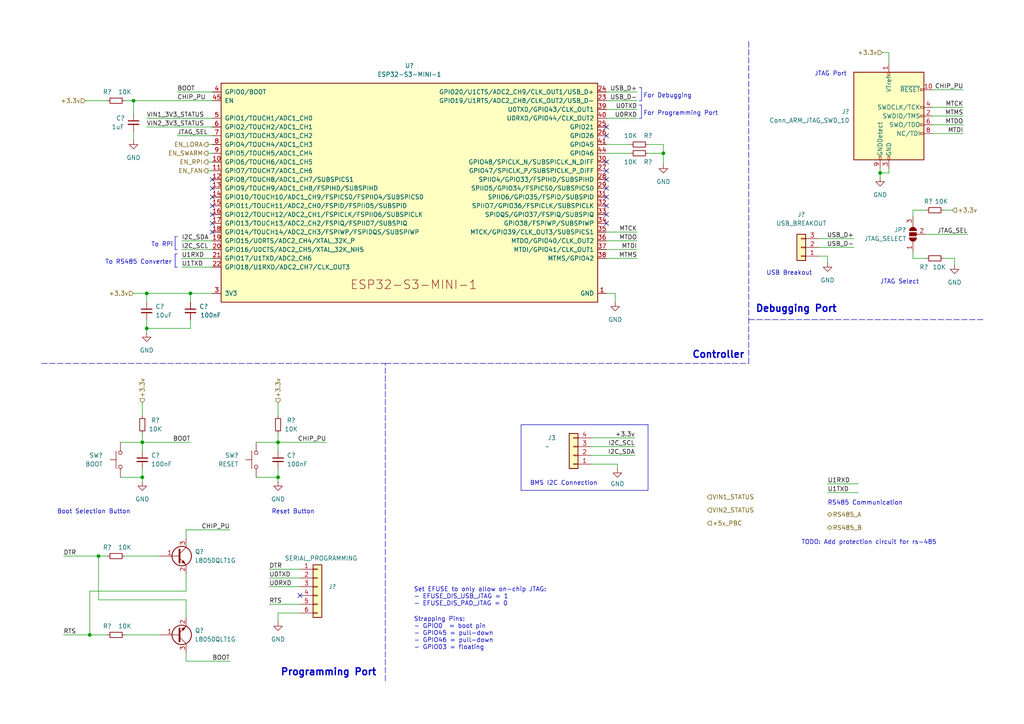
<source format=kicad_sch>
(kicad_sch (version 20211123) (generator eeschema)
  (paper "A4")
  (lib_symbols
    (symbol "Connector:Conn_ARM_JTAG_SWD_10" (pin_names (offset 1.016))
      (property "Reference" "J" (at -2.54 16.51 0))
      (property "Value" "Conn_ARM_JTAG_SWD_10" (at -2.54 13.97 0))
      (symbol "Conn_ARM_JTAG_SWD_10_0_1"
        (rectangle (start -10.16 12.7) (end 10.16 -12.7) (stroke (width 0.254)) (fill (type background)))
        (rectangle (start -2.794 -12.7) (end -2.286 -11.684))
        (rectangle (start -0.254 -12.7) (end 0.254 -11.684))
        (rectangle (start -0.254 12.7) (end 0.254 11.684))
        (rectangle (start 9.144 2.286) (end 10.16 2.794))
        (rectangle (start 10.16 -2.794) (end 9.144 -2.286))
        (rectangle (start 10.16 -0.254) (end 9.144 0.254))
        (rectangle (start 10.16 7.874) (end 9.144 7.366))
      )
      (symbol "Conn_ARM_JTAG_SWD_10_1_1"
        (rectangle (start 9.144 -5.334) (end 10.16 -4.826))
        (pin power_in line (at 0 15.24 270) (length 2.54) (name "VTref") (number "1"))
        (pin open_collector line (at 12.7 7.62 180) (length 2.54) (name "~{RESET}") (number "10"))
        (pin bidirectional line (at 12.7 0 180) (length 2.54) (name "SWDIO/TMS") (number "2"))
        (pin power_in line (at 0 -15.24 90) (length 2.54) (name "GND") (number "3"))
        (pin output line (at 12.7 2.54 180) (length 2.54) (name "SWDCLK/TCK") (number "4"))
        (pin passive line (at 0 -15.24 90) (length 2.54) hide (name "GND") (number "5"))
        (pin input line (at 12.7 -2.54 180) (length 2.54) (name "SWO/TDO") (number "6"))
        (pin no_connect line (at -10.16 0 0) (length 2.54) hide (name "KEY") (number "7"))
        (pin output line (at 12.7 -5.08 180) (length 2.54) (name "NC/TDI") (number "8"))
        (pin passive line (at -2.54 -15.24 90) (length 2.54) (name "GNDDetect") (number "9"))
      )
    )
    (symbol "Connector_Generic:Conn_01x03" (pin_names (offset 1.016) hide)
      (property "Reference" "J" (at 0 5.08 0))
      (property "Value" "Conn_01x03" (at 0 -5.08 0))
      (symbol "Conn_01x03_1_1"
        (rectangle (start -1.27 -2.413) (end 0 -2.667) (stroke (width 0.1524)))
        (rectangle (start -1.27 0.127) (end 0 -0.127) (stroke (width 0.1524)))
        (rectangle (start -1.27 2.667) (end 0 2.413) (stroke (width 0.1524)))
        (rectangle (start -1.27 3.81) (end 1.27 -3.81) (stroke (width 0.254)) (fill (type background)))
        (pin passive line (at -5.08 2.54 0) (length 3.81) (name "Pin_1") (number "1"))
        (pin passive line (at -5.08 0 0) (length 3.81) (name "Pin_2") (number "2"))
        (pin passive line (at -5.08 -2.54 0) (length 3.81) (name "Pin_3") (number "3"))
      )
    )
    (symbol "Connector_Generic:Conn_01x04" (pin_names (offset 1.016) hide)
      (property "Reference" "J" (at 0 5.08 0))
      (property "Value" "Conn_01x04" (at 0 -7.62 0))
      (symbol "Conn_01x04_1_1"
        (rectangle (start -1.27 -4.953) (end 0 -5.207) (stroke (width 0.1524)))
        (rectangle (start -1.27 -2.413) (end 0 -2.667) (stroke (width 0.1524)))
        (rectangle (start -1.27 0.127) (end 0 -0.127) (stroke (width 0.1524)))
        (rectangle (start -1.27 2.667) (end 0 2.413) (stroke (width 0.1524)))
        (rectangle (start -1.27 3.81) (end 1.27 -6.35) (stroke (width 0.254)) (fill (type background)))
        (pin passive line (at -5.08 2.54 0) (length 3.81) (name "Pin_1") (number "1"))
        (pin passive line (at -5.08 0 0) (length 3.81) (name "Pin_2") (number "2"))
        (pin passive line (at -5.08 -2.54 0) (length 3.81) (name "Pin_3") (number "3"))
        (pin passive line (at -5.08 -5.08 0) (length 3.81) (name "Pin_4") (number "4"))
      )
    )
    (symbol "Connector_Generic:Conn_01x06" (pin_names (offset 1.016) hide)
      (property "Reference" "J" (at 0 7.62 0))
      (property "Value" "Conn_01x06" (at 0 -10.16 0))
      (symbol "Conn_01x06_1_1"
        (rectangle (start -1.27 -7.493) (end 0 -7.747) (stroke (width 0.1524)))
        (rectangle (start -1.27 -4.953) (end 0 -5.207) (stroke (width 0.1524)))
        (rectangle (start -1.27 -2.413) (end 0 -2.667) (stroke (width 0.1524)))
        (rectangle (start -1.27 0.127) (end 0 -0.127) (stroke (width 0.1524)))
        (rectangle (start -1.27 2.667) (end 0 2.413) (stroke (width 0.1524)))
        (rectangle (start -1.27 5.207) (end 0 4.953) (stroke (width 0.1524)))
        (rectangle (start -1.27 6.35) (end 1.27 -8.89) (stroke (width 0.254)) (fill (type background)))
        (pin passive line (at -5.08 5.08 0) (length 3.81) (name "Pin_1") (number "1"))
        (pin passive line (at -5.08 2.54 0) (length 3.81) (name "Pin_2") (number "2"))
        (pin passive line (at -5.08 0 0) (length 3.81) (name "Pin_3") (number "3"))
        (pin passive line (at -5.08 -2.54 0) (length 3.81) (name "Pin_4") (number "4"))
        (pin passive line (at -5.08 -5.08 0) (length 3.81) (name "Pin_5") (number "5"))
        (pin passive line (at -5.08 -7.62 0) (length 3.81) (name "Pin_6") (number "6"))
      )
    )
    (symbol "Device:C_Small" (pin_numbers hide) (pin_names (offset 0.254) hide)
      (property "Reference" "C" (at 0.254 1.778 0))
      (property "Value" "C_Small" (at 0.254 -2.032 0))
      (symbol "C_Small_0_1"
        (polyline (pts (xy -1.524 -0.508) (xy 1.524 -0.508)) (stroke (width 0.3302)))
        (polyline (pts (xy -1.524 0.508) (xy 1.524 0.508)) (stroke (width 0.3048)))
      )
      (symbol "C_Small_1_1"
        (pin passive line (at 0 2.54 270) (length 2.032) (name "~") (number "1"))
        (pin passive line (at 0 -2.54 90) (length 2.032) (name "~") (number "2"))
      )
    )
    (symbol "Device:Q_NPN_BEC" (pin_names (offset 0) hide)
      (property "Reference" "Q" (at 5.08 1.27 0))
      (property "Value" "Q_NPN_BEC" (at 5.08 -1.27 0))
      (symbol "Q_NPN_BEC_0_1"
        (polyline (pts (xy 0.635 0.635) (xy 2.54 2.54)))
        (polyline (pts (xy 0.635 -0.635) (xy 2.54 -2.54) (xy 2.54 -2.54)))
        (polyline (pts (xy 0.635 1.905) (xy 0.635 -1.905) (xy 0.635 -1.905)) (stroke (width 0.508)))
        (polyline (pts (xy 1.27 -1.778) (xy 1.778 -1.27) (xy 2.286 -2.286) (xy 1.27 -1.778) (xy 1.27 -1.778)) (fill (type outline)))
        (circle (center 1.27 0) (radius 2.8194) (stroke (width 0.254)))
      )
      (symbol "Q_NPN_BEC_1_1"
        (pin input line (at -5.08 0 0) (length 5.715) (name "B") (number "1"))
        (pin passive line (at 2.54 -5.08 90) (length 2.54) (name "E") (number "2"))
        (pin passive line (at 2.54 5.08 270) (length 2.54) (name "C") (number "3"))
      )
    )
    (symbol "Device:R_Small" (pin_numbers hide) (pin_names (offset 0.254) hide)
      (property "Reference" "R" (at 0.762 0.508 0))
      (property "Value" "R_Small" (at 0.762 -1.016 0))
      (symbol "R_Small_0_1"
        (rectangle (start -0.762 1.778) (end 0.762 -1.778) (stroke (width 0.2032)))
      )
      (symbol "R_Small_1_1"
        (pin passive line (at 0 2.54 270) (length 0.762) (name "~") (number "1"))
        (pin passive line (at 0 -2.54 90) (length 0.762) (name "~") (number "2"))
      )
    )
    (symbol "Espressif:ESP32-S3-MINI-1" (pin_names (offset 1.016))
      (property "Reference" "U" (at -55.88 38.1 0))
      (property "Value" "ESP32-S3-MINI-1" (at -55.88 35.56 0))
      (symbol "ESP32-S3-MINI-1_0_0"
        (rectangle (start -55.88 33.02) (end 53.34 -30.48) (stroke (width 0.254)) (fill (type background)))
        (text "ESP32-S3-MINI-1" (at 0 -25.4 0) (effects (font (size 2.54 2.54))))
        (pin power_in line (at 55.88 -27.94 180) (length 2.54) (name "GND") (number "1"))
        (pin bidirectional line (at -58.42 10.16 0) (length 2.54) (name "GPIO6/TOUCH6/ADC1_CH5") (number "10"))
        (pin bidirectional line (at -58.42 7.62 0) (length 2.54) (name "GPIO7/TOUCH7/ADC1_CH6") (number "11"))
        (pin bidirectional line (at -58.42 5.08 0) (length 2.54) (name "GPIO8/TOUCH8/ADC1_CH7/SUBSPICS1") (number "12"))
        (pin bidirectional line (at -58.42 2.54 0) (length 2.54) (name "GPIO9/TOUCH9/ADC1_CH8/FSPIHD/SUBSPIHD") (number "13"))
        (pin bidirectional line (at -58.42 0 0) (length 2.54) (name "GPIO10/TOUCH10/ADC1_CH9/FSPICS0/FSPIIO4/SUBSPICS0") (number "14"))
        (pin bidirectional line (at -58.42 -2.54 0) (length 2.54) (name "GPIO11/TOUCH11/ADC2_CH0/FSPID/FSPIIO5/SUBSPID") (number "15"))
        (pin bidirectional line (at -58.42 -5.08 0) (length 2.54) (name "GPIO12/TOUCH12/ADC2_CH1/FSPICLK/FSPIIO6/SUBSPICLK") (number "16"))
        (pin bidirectional line (at -58.42 -7.62 0) (length 2.54) (name "GPIO13/TOUCH13/ADC2_CH2/FSPIQ/FSPIIO7/SUBSPIQ") (number "17"))
        (pin bidirectional line (at -58.42 -10.16 0) (length 2.54) (name "GPIO14/TOUCH14/ADC2_CH3/FSPIWP/FSPIDQS/SUBSPIWP") (number "18"))
        (pin bidirectional line (at -58.42 -12.7 0) (length 2.54) (name "GPIO15/U0RTS/ADC2_CH4/XTAL_32K_P") (number "19"))
        (pin passive line (at 55.88 -27.94 180) (length 2.54) hide (name "GND") (number "2"))
        (pin bidirectional line (at -58.42 -15.24 0) (length 2.54) (name "GPIO16/U0CTS/ADC2_CH5/XTAL_32K_NH5") (number "20"))
        (pin bidirectional line (at -58.42 -17.78 0) (length 2.54) (name "GPIO17/U1TXD/ADC2_CH6") (number "21"))
        (pin bidirectional line (at -58.42 -20.32 0) (length 2.54) (name "GPIO18/U1RXD/ADC2_CH7/CLK_OUT3") (number "22"))
        (pin bidirectional line (at 55.88 27.94 180) (length 2.54) (name "GPIO19/U1RTS/ADC2_CH8/CLK_OUT2/USB_D-") (number "23"))
        (pin bidirectional line (at 55.88 30.48 180) (length 2.54) (name "GPIO20/U1CTS/ADC2_CH9/CLK_OUT1/USB_D+") (number "24"))
        (pin bidirectional line (at 55.88 20.32 180) (length 2.54) (name "GPIO21") (number "25"))
        (pin bidirectional line (at 55.88 17.78 180) (length 2.54) (name "GPIO26") (number "26"))
        (pin bidirectional line (at 55.88 7.62 180) (length 2.54) (name "GPIO47/SPICLK_P/SUBSPICLK_P_DIFF") (number "27"))
        (pin bidirectional line (at 55.88 5.08 180) (length 2.54) (name "SPIIO4/GPIO33/FSPIHD/SUBSPIHD") (number "28"))
        (pin bidirectional line (at 55.88 2.54 180) (length 2.54) (name "SPIIO5/GPIO34/FSPICS0/SUBSPICS0") (number "29"))
        (pin power_in line (at -58.42 -27.94 0) (length 2.54) (name "3V3") (number "3"))
        (pin bidirectional line (at 55.88 10.16 180) (length 2.54) (name "GPIO48/SPICLK_N/SUBSPICLK_N_DIFF") (number "30"))
        (pin bidirectional line (at 55.88 0 180) (length 2.54) (name "SPIIO6/GPIO35/FSPID/SUBSPID") (number "31"))
        (pin bidirectional line (at 55.88 -2.54 180) (length 2.54) (name "SPIIO7/GPIO36/FSPICLK/SUBSPICLK") (number "32"))
        (pin bidirectional line (at 55.88 -5.08 180) (length 2.54) (name "SPIDQS/GPIO37/FSPIQ/SUBSPIQ") (number "33"))
        (pin bidirectional line (at 55.88 -7.62 180) (length 2.54) (name "GPIO38/FSPIWP/SUBSPIWP") (number "34"))
        (pin bidirectional line (at 55.88 -10.16 180) (length 2.54) (name "MTCK/GPIO39/CLK_OUT3/SUBSPICS1") (number "35"))
        (pin bidirectional line (at 55.88 -12.7 180) (length 2.54) (name "MTDO/GPIO40/CLK_OUT2") (number "36"))
        (pin bidirectional line (at 55.88 -15.24 180) (length 2.54) (name "MTDI/GPIO41/CLK_OUT1") (number "37"))
        (pin bidirectional line (at 55.88 -17.78 180) (length 2.54) (name "MTMS/GPIO42") (number "38"))
        (pin bidirectional line (at 55.88 25.4 180) (length 2.54) (name "U0TXD/GPIO43/CLK_OUT1") (number "39"))
        (pin bidirectional line (at -58.42 30.48 0) (length 2.54) (name "GPIO0/BOOT") (number "4"))
        (pin bidirectional line (at 55.88 22.86 180) (length 2.54) (name "U0RXD/GPIO44/CLK_OUT2") (number "40"))
        (pin bidirectional line (at 55.88 15.24 180) (length 2.54) (name "GPIO45") (number "41"))
        (pin passive line (at 55.88 -27.94 180) (length 2.54) hide (name "GND") (number "42"))
        (pin passive line (at 55.88 -27.94 180) (length 2.54) hide (name "GND") (number "43"))
        (pin bidirectional line (at 55.88 12.7 180) (length 2.54) (name "GPIO46") (number "44"))
        (pin input line (at -58.42 27.94 0) (length 2.54) (name "EN") (number "45"))
        (pin passive line (at 55.88 -27.94 180) (length 2.54) hide (name "GND") (number "46"))
        (pin passive line (at 55.88 -27.94 180) (length 2.54) hide (name "GND") (number "47"))
        (pin passive line (at 55.88 -27.94 180) (length 2.54) hide (name "GND") (number "48"))
        (pin passive line (at 55.88 -27.94 180) (length 2.54) hide (name "GND") (number "49"))
        (pin bidirectional line (at -58.42 22.86 0) (length 2.54) (name "GPIO1/TOUCH1/ADC1_CH0") (number "5"))
        (pin passive line (at 55.88 -27.94 180) (length 2.54) hide (name "GND") (number "50"))
        (pin passive line (at 55.88 -27.94 180) (length 2.54) hide (name "GND") (number "51"))
        (pin passive line (at 55.88 -27.94 180) (length 2.54) hide (name "GND") (number "52"))
        (pin passive line (at 55.88 -27.94 180) (length 2.54) hide (name "GND") (number "53"))
        (pin passive line (at 55.88 -27.94 180) (length 2.54) hide (name "GND") (number "54"))
        (pin passive line (at 55.88 -27.94 180) (length 2.54) hide (name "GND") (number "55"))
        (pin passive line (at 55.88 -27.94 180) (length 2.54) hide (name "GND") (number "56"))
        (pin passive line (at 55.88 -27.94 180) (length 2.54) hide (name "GND") (number "57"))
        (pin passive line (at 55.88 -27.94 180) (length 2.54) hide (name "GND") (number "58"))
        (pin passive line (at 55.88 -27.94 180) (length 2.54) hide (name "GND") (number "59"))
        (pin bidirectional line (at -58.42 20.32 0) (length 2.54) (name "GPIO2/TOUCH2/ADC1_CH1") (number "6"))
        (pin passive line (at 55.88 -27.94 180) (length 2.54) hide (name "GND") (number "60"))
        (pin passive line (at 55.88 -27.94 180) (length 2.54) hide (name "GND") (number "61"))
        (pin passive line (at 55.88 -27.94 180) (length 2.54) hide (name "GND") (number "62"))
        (pin passive line (at 55.88 -27.94 180) (length 2.54) hide (name "GND") (number "63"))
        (pin passive line (at 55.88 -27.94 180) (length 2.54) hide (name "GND") (number "64"))
        (pin passive line (at 55.88 -27.94 180) (length 2.54) hide (name "GND") (number "65"))
        (pin bidirectional line (at -58.42 17.78 0) (length 2.54) (name "GPIO3/TOUCH3/ADC1_CH2") (number "7"))
        (pin bidirectional line (at -58.42 15.24 0) (length 2.54) (name "GPIO4/TOUCH4/ADC1_CH3") (number "8"))
        (pin bidirectional line (at -58.42 12.7 0) (length 2.54) (name "GPIO5/TOUCH5/ADC1_CH4") (number "9"))
      )
    )
    (symbol "Jumper:SolderJumper_3_Open" (pin_names (offset 0) hide)
      (property "Reference" "JP" (at -2.54 -2.54 0))
      (property "Value" "SolderJumper_3_Open" (at 0 2.794 0))
      (symbol "SolderJumper_3_Open_0_1"
        (arc (start -1.016 1.016) (mid -2.032 0) (end -1.016 -1.016))
        (arc (start -1.016 1.016) (mid -2.032 0) (end -1.016 -1.016) (fill (type outline)))
        (rectangle (start -0.508 1.016) (end 0.508 -1.016) (fill (type outline)))
        (polyline (pts (xy -2.54 0) (xy -2.032 0)))
        (polyline (pts (xy -1.016 1.016) (xy -1.016 -1.016)))
        (polyline (pts (xy 0 -1.27) (xy 0 -1.016)))
        (polyline (pts (xy 1.016 1.016) (xy 1.016 -1.016)))
        (polyline (pts (xy 2.54 0) (xy 2.032 0)))
        (arc (start 1.016 -1.016) (mid 2.032 0) (end 1.016 1.016))
        (arc (start 1.016 -1.016) (mid 2.032 0) (end 1.016 1.016) (fill (type outline)))
      )
      (symbol "SolderJumper_3_Open_1_1"
        (pin passive line (at -5.08 0 0) (length 2.54) (name "A") (number "1"))
        (pin passive line (at 0 -3.81 90) (length 2.54) (name "C") (number "2"))
        (pin passive line (at 5.08 0 180) (length 2.54) (name "B") (number "3"))
      )
    )
    (symbol "Switch:SW_Push" (pin_numbers hide) (pin_names (offset 1.016) hide)
      (property "Reference" "SW" (at 1.27 2.54 0))
      (property "Value" "SW_Push" (at 0 -1.524 0))
      (symbol "SW_Push_0_1"
        (circle (center -2.032 0) (radius 0.508))
        (polyline (pts (xy 0 1.27) (xy 0 3.048)))
        (polyline (pts (xy 2.54 1.27) (xy -2.54 1.27)))
        (circle (center 2.032 0) (radius 0.508))
        (pin passive line (at -5.08 0 0) (length 2.54) (name "1") (number "1"))
        (pin passive line (at 5.08 0 180) (length 2.54) (name "2") (number "2"))
      )
    )
    (symbol "power:GND" (power) (pin_names (offset 0))
      (property "Value" "GND" (at 0 -3.81 0))
      (symbol "GND_0_1"
        (polyline (pts (xy 0 0) (xy 0 -1.27) (xy 1.27 -1.27) (xy 0 -2.54) (xy -1.27 -1.27) (xy 0 -1.27)))
      )
      (symbol "GND_1_1"
        (pin power_in line (at 0 0 270) (length 0) hide (name "GND") (number "1"))
      )
    )
  )
  (junction (at 38.735 29.21))
  (junction (at 192.405 44.45))
  (junction (at 80.645 128.27))
  (junction (at 255.27 50.165))
  (junction (at 80.645 138.43))
  (junction (at 28.575 161.29))
  (junction (at 41.275 138.43))
  (junction (at 42.545 95.25))
  (junction (at 26.035 184.15))
  (junction (at 55.245 85.09))
  (junction (at 41.275 128.27))
  (junction (at 42.545 85.09))
  (no_connect (at 175.895 57.15))
  (no_connect (at 61.595 62.23))
  (no_connect (at 175.895 52.07))
  (no_connect (at 61.595 67.31))
  (no_connect (at 175.895 49.53))
  (no_connect (at 175.895 36.83))
  (no_connect (at 61.595 54.61))
  (no_connect (at 61.595 57.15))
  (no_connect (at 61.595 52.07))
  (no_connect (at 175.895 39.37))
  (no_connect (at 175.895 64.77))
  (no_connect (at 175.895 62.23))
  (no_connect (at 61.595 64.77))
  (no_connect (at 175.895 59.69))
  (no_connect (at 175.895 46.99))
  (no_connect (at 61.595 59.69))
  (no_connect (at 175.895 54.61))
  (no_connect (at 86.995 172.72))
  (wire (pts (xy 78.105 170.18) (xy 86.995 170.18)))
  (polyline (pts (xy 111.76 197.485) (xy 111.76 105.41)))
  (wire (pts (xy 66.675 153.67) (xy 53.975 153.67)))
  (wire (pts (xy 184.785 31.75) (xy 175.895 31.75)))
  (wire (pts (xy 42.545 85.09) (xy 42.545 87.63)))
  (polyline (pts (xy 111.76 105.41) (xy 217.17 105.41)))
  (wire (pts (xy 78.105 165.1) (xy 86.995 165.1)))
  (wire (pts (xy 264.795 60.96) (xy 268.605 60.96)))
  (wire (pts (xy 24.765 29.21) (xy 31.115 29.21)))
  (wire (pts (xy 270.51 38.735) (xy 279.4 38.735)))
  (polyline (pts (xy 50.8 73.66) (xy 50.8 77.47)) (stroke (width 0) (type solid)))
  (wire (pts (xy 36.195 29.21) (xy 38.735 29.21)))
  (wire (pts (xy 178.435 85.09) (xy 178.435 87.63)))
  (wire (pts (xy 42.545 85.09) (xy 55.245 85.09)))
  (wire (pts (xy 187.96 41.91) (xy 192.405 41.91)))
  (wire (pts (xy 187.96 44.45) (xy 192.405 44.45)))
  (polyline (pts (xy 50.8 68.58) (xy 50.8 72.39)) (stroke (width 0) (type solid)))
  (polyline (pts (xy 50.8 68.58) (xy 51.435 68.58)))
  (wire (pts (xy 80.645 128.27) (xy 80.645 125.73)))
  (wire (pts (xy 55.245 128.27) (xy 41.275 128.27)))
  (wire (pts (xy 175.895 44.45) (xy 182.88 44.45)))
  (wire (pts (xy 255.27 50.165) (xy 257.81 50.165)))
  (polyline (pts (xy 50.8 77.47) (xy 51.435 77.47)))
  (polyline (pts (xy 187.96 142.24) (xy 151.13 142.24)) (stroke (width 0) (type solid)))
  (wire (pts (xy 184.785 26.67) (xy 175.895 26.67)))
  (polyline (pts (xy 187.96 123.19) (xy 187.96 142.24)) (stroke (width 0) (type solid)))
  (wire (pts (xy 240.03 76.2) (xy 240.03 74.295)))
  (wire (pts (xy 60.325 41.91) (xy 61.595 41.91)))
  (wire (pts (xy 55.245 85.09) (xy 55.245 87.63)))
  (wire (pts (xy 175.895 85.09) (xy 178.435 85.09)))
  (polyline (pts (xy 12.065 105.41) (xy 111.76 105.41)))
  (polyline (pts (xy 50.8 73.66) (xy 51.435 73.66)))
  (wire (pts (xy 36.195 184.15) (xy 46.355 184.15)))
  (wire (pts (xy 192.405 44.45) (xy 192.405 47.625)))
  (wire (pts (xy 268.605 67.945) (xy 280.67 67.945)))
  (wire (pts (xy 255.27 48.895) (xy 255.27 50.165)))
  (polyline (pts (xy 217.17 12.065) (xy 217.17 92.71)))
  (wire (pts (xy 175.895 41.91) (xy 182.88 41.91)))
  (wire (pts (xy 55.245 92.71) (xy 55.245 95.25)))
  (wire (pts (xy 52.705 74.93) (xy 61.595 74.93)))
  (wire (pts (xy 184.785 34.29) (xy 175.895 34.29)))
  (wire (pts (xy 38.735 33.02) (xy 38.735 29.21)))
  (wire (pts (xy 175.895 74.93) (xy 184.785 74.93)))
  (wire (pts (xy 60.325 46.99) (xy 61.595 46.99)))
  (wire (pts (xy 80.645 177.8) (xy 86.995 177.8)))
  (wire (pts (xy 41.275 138.43) (xy 41.275 139.7)))
  (wire (pts (xy 26.035 184.15) (xy 31.115 184.15)))
  (polyline (pts (xy 50.8 72.39) (xy 51.435 72.39)))
  (wire (pts (xy 279.4 36.195) (xy 270.51 36.195)))
  (wire (pts (xy 41.275 128.27) (xy 41.275 130.81)))
  (wire (pts (xy 192.405 41.91) (xy 192.405 44.45)))
  (wire (pts (xy 279.4 31.115) (xy 270.51 31.115)))
  (wire (pts (xy 53.975 166.37) (xy 53.975 171.45)))
  (wire (pts (xy 80.645 135.89) (xy 80.645 138.43)))
  (wire (pts (xy 42.545 36.83) (xy 61.595 36.83)))
  (wire (pts (xy 55.245 95.25) (xy 42.545 95.25)))
  (wire (pts (xy 237.49 69.215) (xy 247.65 69.215)))
  (polyline (pts (xy 186.055 25.4) (xy 185.42 25.4)))
  (wire (pts (xy 179.07 135.89) (xy 179.07 134.62)))
  (wire (pts (xy 53.975 171.45) (xy 26.035 171.45)))
  (wire (pts (xy 171.45 127) (xy 184.15 127)))
  (wire (pts (xy 41.275 116.84) (xy 41.275 120.65)))
  (wire (pts (xy 38.735 85.09) (xy 42.545 85.09)))
  (wire (pts (xy 66.675 191.77) (xy 53.975 191.77)))
  (wire (pts (xy 80.645 128.27) (xy 80.645 130.81)))
  (wire (pts (xy 184.785 29.21) (xy 175.895 29.21)))
  (wire (pts (xy 41.275 135.89) (xy 41.275 138.43)))
  (wire (pts (xy 52.705 77.47) (xy 61.595 77.47)))
  (polyline (pts (xy 186.055 34.29) (xy 186.055 30.48)) (stroke (width 0) (type solid)))
  (wire (pts (xy 80.645 177.8) (xy 80.645 180.34)))
  (wire (pts (xy 94.615 128.27) (xy 80.645 128.27)))
  (wire (pts (xy 78.105 175.26) (xy 86.995 175.26)))
  (wire (pts (xy 18.415 184.15) (xy 26.035 184.15)))
  (polyline (pts (xy 186.055 29.21) (xy 186.055 25.4)) (stroke (width 0) (type solid)))
  (wire (pts (xy 175.895 72.39) (xy 184.785 72.39)))
  (wire (pts (xy 240.03 140.335) (xy 248.92 140.335)))
  (polyline (pts (xy 217.17 92.71) (xy 285.115 92.71)))
  (wire (pts (xy 55.245 85.09) (xy 61.595 85.09)))
  (wire (pts (xy 60.325 49.53) (xy 61.595 49.53)))
  (wire (pts (xy 171.45 132.08) (xy 184.15 132.08)))
  (polyline (pts (xy 186.055 29.21) (xy 185.42 29.21)))
  (wire (pts (xy 78.105 167.64) (xy 86.995 167.64)))
  (wire (pts (xy 34.925 128.27) (xy 41.275 128.27)))
  (polyline (pts (xy 217.17 105.41) (xy 217.17 92.075)))
  (polyline (pts (xy 151.13 123.19) (xy 151.13 142.24)) (stroke (width 0) (type solid)))
  (polyline (pts (xy 186.055 30.48) (xy 185.42 30.48)))
  (wire (pts (xy 60.325 44.45) (xy 61.595 44.45)))
  (wire (pts (xy 53.975 191.77) (xy 53.975 189.23)))
  (wire (pts (xy 273.685 60.96) (xy 276.225 60.96)))
  (wire (pts (xy 28.575 173.99) (xy 53.975 173.99)))
  (wire (pts (xy 36.195 161.29) (xy 46.355 161.29)))
  (wire (pts (xy 171.45 134.62) (xy 179.07 134.62)))
  (wire (pts (xy 237.49 71.755) (xy 247.65 71.755)))
  (wire (pts (xy 184.785 67.31) (xy 175.895 67.31)))
  (wire (pts (xy 42.545 34.29) (xy 61.595 34.29)))
  (wire (pts (xy 80.645 138.43) (xy 80.645 139.7)))
  (wire (pts (xy 255.27 50.165) (xy 255.27 51.435)))
  (wire (pts (xy 257.81 50.165) (xy 257.81 48.895)))
  (wire (pts (xy 28.575 161.29) (xy 28.575 173.99)))
  (wire (pts (xy 42.545 95.25) (xy 42.545 96.52)))
  (wire (pts (xy 276.86 74.93) (xy 276.86 76.835)))
  (wire (pts (xy 52.705 69.85) (xy 61.595 69.85)))
  (wire (pts (xy 255.905 15.24) (xy 257.81 15.24)))
  (wire (pts (xy 270.51 26.035) (xy 279.4 26.035)))
  (wire (pts (xy 51.435 26.67) (xy 61.595 26.67)))
  (wire (pts (xy 38.735 29.21) (xy 61.595 29.21)))
  (wire (pts (xy 53.975 173.99) (xy 53.975 179.07)))
  (wire (pts (xy 38.735 38.1) (xy 38.735 40.64)))
  (polyline (pts (xy 186.055 34.29) (xy 185.42 34.29)))
  (wire (pts (xy 171.45 129.54) (xy 184.15 129.54)))
  (wire (pts (xy 80.645 116.84) (xy 80.645 120.65)))
  (wire (pts (xy 264.795 74.93) (xy 268.605 74.93)))
  (wire (pts (xy 270.51 33.655) (xy 279.4 33.655)))
  (wire (pts (xy 34.925 138.43) (xy 41.275 138.43)))
  (wire (pts (xy 240.03 142.875) (xy 248.92 142.875)))
  (wire (pts (xy 53.975 153.67) (xy 53.975 156.21)))
  (wire (pts (xy 51.435 39.37) (xy 61.595 39.37)))
  (polyline (pts (xy 151.13 123.19) (xy 187.96 123.19)) (stroke (width 0) (type solid)))
  (wire (pts (xy 26.035 171.45) (xy 26.035 184.15)))
  (wire (pts (xy 42.545 92.71) (xy 42.545 95.25)))
  (wire (pts (xy 257.81 15.24) (xy 257.81 18.415)))
  (wire (pts (xy 273.685 74.93) (xy 276.86 74.93)))
  (wire (pts (xy 264.795 60.96) (xy 264.795 62.865)))
  (wire (pts (xy 52.705 72.39) (xy 61.595 72.39)))
  (wire (pts (xy 41.275 128.27) (xy 41.275 125.73)))
  (wire (pts (xy 74.295 138.43) (xy 80.645 138.43)))
  (wire (pts (xy 28.575 161.29) (xy 31.115 161.29)))
  (wire (pts (xy 74.295 128.27) (xy 80.645 128.27)))
  (wire (pts (xy 240.03 74.295) (xy 237.49 74.295)))
  (wire (pts (xy 184.785 69.85) (xy 175.895 69.85)))
  (wire (pts (xy 18.415 161.29) (xy 28.575 161.29)))
  (wire (pts (xy 264.795 73.025) (xy 264.795 74.93)))
  (text "To RPi" (at 43.815 71.755 0) (effects (font (size 1.27 1.27)) (justify left bottom)))
  (text "Set EFUSE to only allow on-chip JTAG:\n- EFUSE_DIS_USB_JTAG = 1\n- EFUSE_DIS_PAD_JTAG = 0" (at 120.015 175.895 0) (effects (font (size 1.27 1.27)) (justify left bottom)))
  (text "Debugging Port" (at 219.075 90.805 0) (effects (font (size 2 2) (thickness 0.4) bold) (justify left bottom)))
  (text "USB Breakout" (at 222.25 80.01 0) (effects (font (size 1.27 1.27)) (justify left bottom)))
  (text "RS485 Communication" (at 240.03 146.685 0) (effects (font (size 1.27 1.27)) (justify left bottom)))
  (text "TODO: Add protection circuit for rs-485 " (at 232.41 158.115 0) (effects (font (size 1.27 1.27)) (justify left bottom)))
  (text "JTAG Select" (at 255.27 82.55 0) (effects (font (size 1.27 1.27)) (justify left bottom)))
  (text "JTAG Port" (at 236.22 22.225 0) (effects (font (size 1.27 1.27)) (justify left bottom)))
  (text "BMS I2C Connection" (at 153.67 140.97 0) (effects (font (size 1.27 1.27)) (justify left bottom)))
  (text "Boot Selection Button" (at 16.51 149.225 0) (effects (font (size 1.27 1.27)) (justify left bottom)))
  (text "Strapping Pins:\n- GPIO0  = boot pin\n- GPIO45 = pull-down\n- GPIO46 = pull-down\n- GPIO03 = floating" (at 120.015 188.595 0) (effects (font (size 1.27 1.27)) (justify left bottom)))
  (text "Reset Button" (at 78.74 149.225 0) (effects (font (size 1.27 1.27)) (justify left bottom)))
  (text "Controller" (at 200.66 104.14 0) (effects (font (size 2 2) (thickness 0.4) bold) (justify left bottom)))
  (text "For Debugging" (at 200.66 28.575 180) (effects (font (size 1.27 1.27)) (justify right bottom)))
  (text "Programming Port" (at 81.28 196.215 0) (effects (font (size 2 2) (thickness 0.4) bold) (justify left bottom)))
  (text "To RS485 Converter" (at 30.48 76.835 0) (effects (font (size 1.27 1.27)) (justify left bottom)))
  (text "For Programming Port" (at 208.28 33.655 180) (effects (font (size 1.27 1.27)) (justify right bottom)))
  (label "USB_D+" (at 184.785 26.67 180))
  (label "BOOT" (at 66.675 191.77 180))
  (label "I2C_SDA" (at 184.15 132.08 180))
  (label "MTDI" (at 279.4 38.735 180))
  (label "CHIP_PU" (at 51.435 29.21 0))
  (label "DTR" (at 18.415 161.29 0))
  (label "I2C_SCL" (at 184.15 129.54 180))
  (label "MTCK" (at 184.785 67.31 180))
  (label "U0RXD" (at 184.785 34.29 180))
  (label "I2C_SDA" (at 52.705 69.85 0))
  (label "U0TXD" (at 184.785 31.75 180))
  (label "U1TXD" (at 52.705 77.47 0))
  (label "DTR" (at 78.105 165.1 0))
  (label "USB_D+" (at 247.65 69.215 180))
  (label "USB_D-" (at 184.785 29.21 180))
  (label "U0RXD" (at 78.105 170.18 0))
  (label "U1TXD" (at 240.03 142.875 0))
  (label "MTDO" (at 279.4 36.195 180))
  (label "+3.3v" (at 184.15 127 180))
  (label "BOOT" (at 55.245 128.27 180))
  (label "VIN1_3V3_STATUS" (at 42.545 34.29 0))
  (label "JTAG_SEL" (at 280.67 67.945 180))
  (label "U1RXD" (at 240.03 140.335 0))
  (label "U1RXD" (at 52.705 74.93 0))
  (label "I2C_SCL" (at 52.705 72.39 0))
  (label "CHIP_PU" (at 66.675 153.67 180))
  (label "MTMS" (at 279.4 33.655 180))
  (label "JTAG_SEL" (at 51.435 39.37 0))
  (label "MTDO" (at 184.785 69.85 180))
  (label "USB_D-" (at 247.65 71.755 180))
  (label "MTMS" (at 184.785 74.93 180))
  (label "U0TXD" (at 78.105 167.64 0))
  (label "RTS" (at 78.105 175.26 0))
  (label "MTCK" (at 279.4 31.115 180))
  (label "CHIP_PU" (at 94.615 128.27 180))
  (label "RTS" (at 18.415 184.15 0))
  (label "MTDI" (at 184.785 72.39 180))
  (label "CHIP_PU" (at 279.4 26.035 180))
  (label "VIN2_3V3_STATUS" (at 42.545 36.83 0))
  (label "BOOT" (at 51.435 26.67 0))
  (hierarchical_label "EN_FAN" (shape output) (at 60.325 49.53 180))
  (hierarchical_label "+5v_PBC" (shape input) (at 205.105 151.765 0))
  (hierarchical_label "+3.3v" (shape input) (at 80.645 116.84 90))
  (hierarchical_label "+3.3v" (shape input) (at 41.275 116.84 90))
  (hierarchical_label "RS485_A" (shape bidirectional) (at 240.03 149.225 0))
  (hierarchical_label "+3.3v" (shape input) (at 24.765 29.21 180))
  (hierarchical_label "EN_RPI" (shape output) (at 60.325 46.99 180))
  (hierarchical_label "+3.3v" (shape input) (at 255.905 15.24 180))
  (hierarchical_label "+3.3v" (shape input) (at 38.735 85.09 180))
  (hierarchical_label "VIN2_STATUS" (shape input) (at 205.105 147.955 0))
  (hierarchical_label "EN_SWARM" (shape output) (at 60.325 44.45 180))
  (hierarchical_label "+3.3v" (shape input) (at 276.225 60.96 0))
  (hierarchical_label "EN_LORA" (shape output) (at 60.325 41.91 180))
  (hierarchical_label "RS485_B" (shape bidirectional) (at 240.03 153.035 0))
  (hierarchical_label "VIN1_STATUS" (shape input) (at 205.105 144.145 0))
  (symbol (lib_id "Espressif:ESP32-S3-MINI-1") (at 120.015 57.15 0) (unit 1)
    (property "Reference" "U?" (at 118.745 19.05 0))
    (property "Value" "ESP32-S3-MINI-1" (at 118.745 21.59 0))
    (property "Footprint" "Espressif:ESP32-S3-MINI-1" (effects hide))
    (property "Datasheet" "https://www.espressif.com/sites/default/files/documentation/esp32-s3-mini-1_mini-1u_datasheet_en.pdf" (effects hide))
  )
  (symbol (lib_id "power:GND") (at 80.645 139.7 0) (unit 1)
    (property "Reference" "#PWR?" (effects hide))
    (property "Value" "GND" (at 80.645 144.78 0))
  )
  (symbol (lib_id "Device:Q_NPN_BEC") (at 51.435 161.29 0) (unit 1)
    (property "Reference" "Q?" (at 56.515 160.0199 0) (effects (justify left)))
    (property "Value" "L8050QLT1G" (at 56.515 162.5599 0) (effects (justify left)))
    (property "Footprint" "Package_TO_SOT_SMD:SOT-23" (effects hide))
  )
  (symbol (lib_id "Connector_Generic:Conn_01x03") (at 232.41 71.755 180) (unit 1)
    (property "Reference" "J?" (at 232.41 62.23 0))
    (property "Value" "USB_BREAKOUT" (at 232.41 64.77 0))
    (property "Footprint" "Connector_PinHeader_2.54mm:PinHeader_1x03_P2.54mm_Vertical" (effects hide))
  )
  (symbol (lib_id "power:GND") (at 255.27 51.435 0) (unit 1)
    (property "Reference" "#PWR?" (effects hide))
    (property "Value" "GND" (at 255.27 56.515 0))
  )
  (symbol (lib_id "Switch:SW_Push") (at 34.925 133.35 90) (unit 1)
    (property "Reference" "SW?" (at 29.845 132.08 90) (effects (justify left)))
    (property "Value" "BOOT" (at 29.845 134.62 90) (effects (justify left)))
    (property "Footprint" "Button_Switch_SMD:SW_SPST_TL3342" (effects hide))
  )
  (symbol (lib_id "Connector_Generic:Conn_01x06") (at 92.075 170.18 0) (unit 1)
    (property "Reference" "J?" (at 95.25 170.1799 0) (effects (justify left)))
    (property "Value" "SERIAL_PROGRAMMING" (at 82.55 161.925 0) (effects (justify left)))
    (property "Footprint" "Connector_PinHeader_2.54mm:PinHeader_1x06_P2.54mm_Vertical" (effects hide))
  )
  (symbol (lib_id "Device:C_Small") (at 42.545 90.17 0) (unit 1)
    (property "Reference" "C?" (at 45.085 88.9062 0) (effects (justify left)))
    (property "Value" "10uF" (at 45.085 91.4462 0) (effects (justify left)))
  )
  (symbol (lib_id "Device:R_Small") (at 185.42 41.91 270) (mirror x) (unit 1)
    (property "Reference" "R?" (at 187.96 39.37 90))
    (property "Value" "10K" (at 182.88 39.37 90))
  )
  (symbol (lib_id "Connector:Conn_ARM_JTAG_SWD_10") (at 257.81 33.655 0) (unit 1)
    (property "Reference" "J?" (at 246.38 32.3849 0) (effects (justify right)))
    (property "Value" "Conn_ARM_JTAG_SWD_10" (at 246.38 34.9249 0) (effects (justify right)))
    (property "Footprint" "Connector:Tag-Connect_TC2050-IDC-FP_2x05_P1.27mm_Vertical" (effects hide))
    (property "Datasheet" "http://infocenter.arm.com/help/topic/com.arm.doc.ddi0314h/DDI0314H_coresight_components_trm.pdf" (effects hide))
  )
  (symbol (lib_id "Device:C_Small") (at 80.645 133.35 0) (unit 1)
    (property "Reference" "C?" (at 83.185 132.08 0) (effects (justify left)))
    (property "Value" "100nF" (at 83.185 134.62 0) (effects (justify left)))
  )
  (symbol (lib_id "Device:R_Small") (at 33.655 161.29 90) (unit 1)
    (property "Reference" "R?" (at 31.115 158.75 90))
    (property "Value" "10K" (at 36.195 158.75 90))
  )
  (symbol (lib_id "Device:R_Small") (at 271.145 74.93 270) (mirror x) (unit 1)
    (property "Reference" "R?" (at 267.97 77.47 90))
    (property "Value" "10K" (at 272.415 77.47 90))
  )
  (symbol (lib_id "power:GND") (at 41.275 139.7 0) (unit 1)
    (property "Reference" "#PWR?" (effects hide))
    (property "Value" "GND" (at 41.275 144.78 0))
  )
  (symbol (lib_id "Device:R_Small") (at 185.42 44.45 270) (mirror x) (unit 1)
    (property "Reference" "R?" (at 187.96 46.99 90))
    (property "Value" "10K" (at 182.88 46.99 90))
  )
  (symbol (lib_id "Device:R_Small") (at 271.145 60.96 90) (mirror x) (unit 1)
    (property "Reference" "R?" (at 269.24 58.42 90))
    (property "Value" "10K" (at 273.05 58.42 90))
  )
  (symbol (lib_id "power:GND") (at 240.03 76.2 0) (unit 1)
    (property "Reference" "#PWR?" (effects hide))
    (property "Value" "GND" (at 240.03 81.28 0))
  )
  (symbol (lib_id "power:GND") (at 42.545 96.52 0) (unit 1)
    (property "Reference" "#PWR?" (effects hide))
    (property "Value" "GND" (at 42.545 101.6 0))
  )
  (symbol (lib_id "power:GND") (at 192.405 47.625 0) (unit 1)
    (property "Reference" "#PWR?" (effects hide))
    (property "Value" "GND" (at 192.405 52.705 0))
  )
  (symbol (lib_id "Device:C_Small") (at 38.735 35.56 0) (unit 1)
    (property "Reference" "C?" (at 33.655 34.29 0) (effects (justify left)))
    (property "Value" "1uF" (at 32.385 36.83 0) (effects (justify left)))
  )
  (symbol (lib_id "Device:C_Small") (at 41.275 133.35 0) (unit 1)
    (property "Reference" "C?" (at 43.815 132.08 0) (effects (justify left)))
    (property "Value" "100nF" (at 43.815 134.62 0) (effects (justify left)))
  )
  (symbol (lib_id "power:GND") (at 276.86 76.835 0) (unit 1)
    (property "Reference" "#PWR?" (effects hide))
    (property "Value" "GND" (at 276.86 81.915 0))
  )
  (symbol (lib_id "Jumper:SolderJumper_3_Open") (at 264.795 67.945 90) (unit 1)
    (property "Reference" "JP?" (at 262.89 66.6749 90) (effects (justify left)))
    (property "Value" "JTAG_SELECT" (at 262.89 69.2149 90) (effects (justify left)))
  )
  (symbol (lib_id "Device:Q_NPN_BEC") (at 51.435 184.15 0) (mirror x) (unit 1)
    (property "Reference" "Q?" (at 56.515 182.8799 0) (effects (justify left)))
    (property "Value" "L8050QLT1G" (at 56.515 185.4199 0) (effects (justify left)))
    (property "Footprint" "Package_TO_SOT_SMD:SOT-23" (effects hide))
  )
  (symbol (lib_id "Switch:SW_Push") (at 74.295 133.35 90) (unit 1)
    (property "Reference" "SW?" (at 69.215 132.08 90) (effects (justify left)))
    (property "Value" "RESET" (at 69.215 134.62 90) (effects (justify left)))
    (property "Footprint" "Button_Switch_SMD:SW_SPST_TL3342" (effects hide))
  )
  (symbol (lib_id "Device:C_Small") (at 55.245 90.17 0) (unit 1)
    (property "Reference" "C?" (at 57.785 88.9062 0) (effects (justify left)))
    (property "Value" "100nF" (at 64.135 91.44 0) (effects (justify right)))
  )
  (symbol (lib_id "power:GND") (at 80.645 180.34 0) (unit 1)
    (property "Reference" "#PWR?" (effects hide))
    (property "Value" "GND" (at 80.645 185.42 0))
  )
  (symbol (lib_id "power:GND") (at 179.07 135.89 0) (unit 1)
    (property "Reference" "#PWR?" (effects hide))
    (property "Value" "GND" (at 179.07 140.335 0))
  )
  (symbol (lib_id "Device:R_Small") (at 33.655 29.21 90) (unit 1)
    (property "Reference" "R?" (at 31.115 26.67 90))
    (property "Value" "10K" (at 36.195 26.67 90))
  )
  (symbol (lib_id "Device:R_Small") (at 41.275 123.19 180) (unit 1)
    (property "Reference" "R?" (at 45.085 121.92 0))
    (property "Value" "10K" (at 45.085 124.46 0))
  )
  (symbol (lib_id "Connector_Generic:Conn_01x04") (at 166.37 132.08 180) (unit 1)
    (property "Reference" "J3" (at 160.02 127 0))
    (property "Value" "~" (at 158.75 129.54 0))
    (property "Footprint" "Connector_PinSocket_2.54mm:PinSocket_1x04_P2.54mm_Vertical" (effects hide))
  )
  (symbol (lib_id "power:GND") (at 178.435 87.63 0) (unit 1)
    (property "Reference" "#PWR?" (effects hide))
    (property "Value" "GND" (at 178.435 92.71 0))
  )
  (symbol (lib_id "Device:R_Small") (at 33.655 184.15 90) (unit 1)
    (property "Reference" "R?" (at 31.115 181.61 90))
    (property "Value" "10K" (at 36.195 181.61 90))
  )
  (symbol (lib_id "Device:R_Small") (at 80.645 123.19 180) (unit 1)
    (property "Reference" "R?" (at 84.455 121.92 0))
    (property "Value" "10K" (at 84.455 124.46 0))
  )
  (symbol (lib_id "power:GND") (at 38.735 40.64 0) (unit 1)
    (property "Reference" "#PWR?" (effects hide))
    (property "Value" "GND" (at 38.735 45.72 0))
  )
)
</source>
